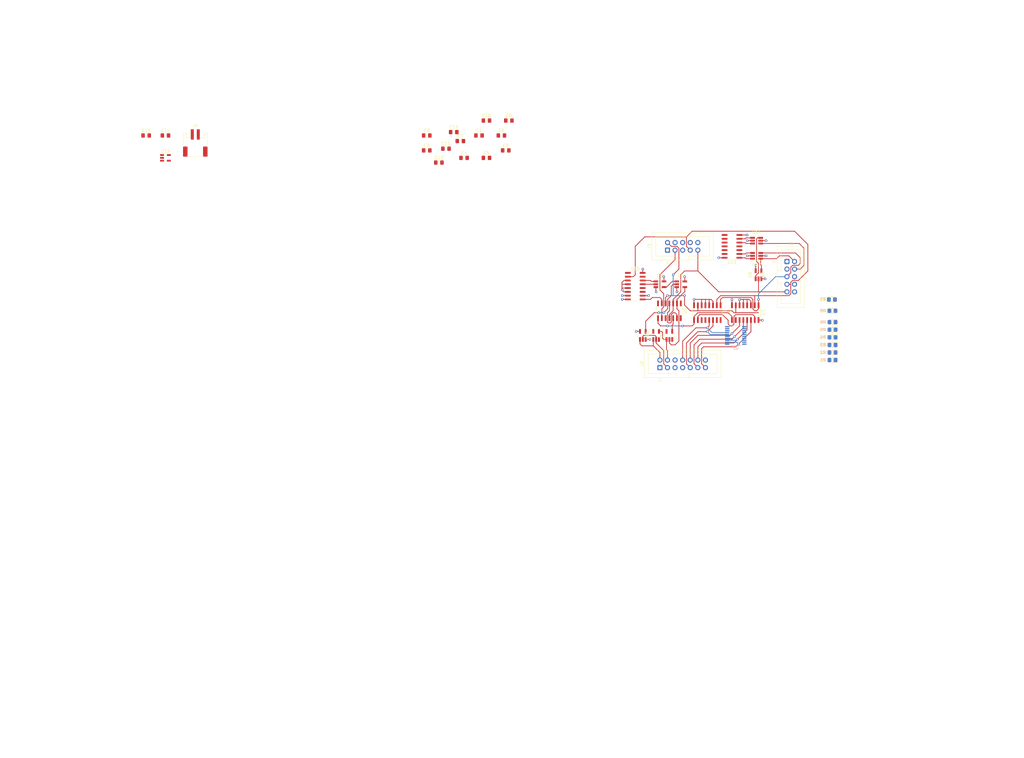
<source format=kicad_pcb>
(kicad_pcb (version 20211014) (generator pcbnew)
  (layers (0 "F.Cu" signal) (1 "In1.Cu" signal) (2 "In2.Cu" signal) (31 "B.Cu" signal) (34 "B.Paste" user) (35 "F.Paste" user) (36 "B.SilkS" user "B.Silkscreen") (37 "F.SilkS" user "F.Silkscreen") (38 "B.Mask" user) (39 "F.Mask" user) (44 "Edge.Cuts" user))
  (net 0 "")
  (net 1 "VCC")
  (net 2 "GND")
  (net 3 "/V_IN")
  (net 4 "Net-(D1-Pad1)")
  (net 5 "Net-(D1-Pad2)")
  (net 6 "Net-(D2-Pad1)")
  (net 7 "Net-(D2-Pad2)")
  (net 8 "Net-(D3-Pad2)")
  (net 9 "Net-(D4-Pad2)")
  (net 10 "Net-(D5-Pad2)")
  (net 11 "Net-(D6-Pad2)")
  (net 12 "Net-(D7-Pad2)")
  (net 13 "Net-(D8-Pad2)")
  (net 14 "/~{RESET}")
  (net 15 "/~{CLK}")
  (net 16 "/STEP_DONE")
  (net 17 "/OP_DONE")
  (net 18 "Net-(U1-Pad10)")
  (net 21 "/Q5")
  (net 22 "/Q4")
  (net 24 "/Q0")
  (net 25 "/Q1")
  (net 26 "/Q2")
  (net 27 "/Q3")
  (net 28 "/LEN1")
  (net 29 "/IMM_PC_OUT_S~{P}")
  (net 30 "/LAST_SUBSTEP")
  (net 31 "/LAST_STEP")
  (net 32 "Net-(U4-Pad4)")
  (net 33 "/CLK")
  (net 34 "/~{STEP_DONE}")
  (net 35 "/~{SLEEP}")
  (net 36 "/BUS_CLK")
  (net 37 "/~{LEN4}")
  (net 38 "Net-(U8-Pad4)")
  (net 39 "/P1")
  (net 40 "/P0")
  (net 41 "/LEN0")
  (net 45 "Net-(U12-Pad4)")
  (net 46 "Net-(U12-Pad6)")
  (net 49 "Net-(U13-Pad5)")
  (net 50 "Net-(U13-Pad6)")
  (net 58 "Net-(D3-Pad1)")
  (net 59 "Net-(D4-Pad1)")
  (net 60 "Net-(D5-Pad1)")
  (net 61 "Net-(D6-Pad1)")
  (net 62 "Net-(D7-Pad1)")
  (net 63 "Net-(D8-Pad1)")
  (net 64 "/~{OP_DONE}")
  (footprint "Package_SO:SOIC-14_3.9x8.7mm_P1.27mm" (layer "F.Cu") (at 198.755 78.74 -90)
    (fp_text reference "U5")
    (fp_text value "74HC74")
  )
  (footprint "Capacitor_SMD:C_0805_2012Metric_Pad1.18x1.45mm_HandSolder" (layer "F.Cu") (at 137.5 27.5)
    (fp_text reference "C5")
    (fp_text value "100n")
  )
  (footprint "LED_SMD:LED_0805_2012Metric_Pad1.15x1.40mm_HandSolder" (layer "F.Cu") (at 253.185 74.975)
    (fp_text reference "D7")
    (fp_text value "LED")
  )
  (footprint "Capacitor_SMD:C_0805_2012Metric_Pad1.18x1.45mm_HandSolder" (layer "F.Cu") (at 117.5 20)
    (fp_text reference "C9")
    (fp_text value "100n")
  )
  (footprint "Capacitor_SMD:C_0805_2012Metric_Pad1.18x1.45mm_HandSolder" (layer "F.Cu") (at 30 20)
    (fp_text reference "C14")
    (fp_text value "1u")
  )
  (footprint "Capacitor_SMD:C_0805_2012Metric_Pad1.18x1.45mm_HandSolder" (layer "F.Cu") (at 143.9625 25)
    (fp_text reference "C3")
    (fp_text value "100n")
  )
  (footprint "Capacitor_SMD:C_0805_2012Metric_Pad1.18x1.45mm_HandSolder" (layer "F.Cu") (at 142.5 20)
    (fp_text reference "C6")
    (fp_text value "100n")
  )
  (footprint "Capacitor_SMD:C_0805_2012Metric_Pad1.18x1.45mm_HandSolder" (layer "F.Cu") (at 123.94 24.42)
    (fp_text reference "C11")
    (fp_text value "100n")
  )
  (footprint "Package_TO_SOT_SMD:SOT-23-5_HandSoldering" (layer "F.Cu") (at 198.755 86.995 90)
    (fp_text reference "U4")
    (fp_text value "74LVC1G08")
  )
  (footprint "Package_SO:SOIC-16_3.9x9.9mm_P1.27mm" (layer "F.Cu") (at 211.455 79.375 -90)
    (fp_text reference "U1")
    (fp_text value "74HC161")
  )
  (footprint "Capacitor_SMD:C_0805_2012Metric_Pad1.18x1.45mm_HandSolder" (layer "F.Cu") (at 130 27.5)
    (fp_text reference "C4")
    (fp_text value "100n")
  )
  (footprint "Package_TO_SOT_SMD:SOT-23-5_HandSoldering" (layer "F.Cu") (at 195.58 69.85)
    (fp_text reference "U8")
    (fp_text value "74LVC1G08")
  )
  (footprint "Package_SO:SOIC-16_3.9x9.9mm_P1.27mm" (layer "F.Cu") (at 187.325 70.485)
    (fp_text reference "U10")
    (fp_text value "74HC161")
  )
  (footprint "Package_TO_SOT_SMD:SOT-23-5_HandSoldering" (layer "F.Cu") (at 202.565 69.85)
    (fp_text reference "U7")
    (fp_text value "74LVC1G32")
  )
  (footprint "LED_SMD:LED_0805_2012Metric_Pad1.15x1.40mm_HandSolder" (layer "F.Cu") (at 253.365 90.17 180)
    (fp_text reference "D3")
    (fp_text value "LED")
  )
  (footprint "LED_SMD:LED_0805_2012Metric_Pad1.15x1.40mm_HandSolder" (layer "F.Cu") (at 253.365 95.25 180)
    (fp_text reference "D1")
    (fp_text value "LED")
  )
  (footprint "Capacitor_SMD:C_0805_2012Metric_Pad1.18x1.45mm_HandSolder" (layer "F.Cu") (at 126.54 18.86)
    (fp_text reference "C13")
    (fp_text value "100n")
  )
  (footprint "Capacitor_SMD:C_0805_2012Metric_Pad1.18x1.45mm_HandSolder" (layer "F.Cu") (at 137.5 15)
    (fp_text reference "C10")
    (fp_text value "100n")
  )
  (footprint "Package_TO_SOT_SMD:SOT-23-5_HandSoldering" (layer "F.Cu") (at 228.6 66.675 90)
    (fp_text reference "U6")
    (fp_text value "74LVC1G08")
  )
  (footprint "LED_SMD:LED_0805_2012Metric_Pad1.15x1.40mm_HandSolder" (layer "F.Cu") (at 253.365 78.74)
    (fp_text reference "D8")
    (fp_text value "LED")
  )
  (footprint "Package_TO_SOT_SMD:SOT-23-5_HandSoldering" (layer "F.Cu") (at 189.865 86.995 90)
    (fp_text reference "U9")
    (fp_text value "74LVC1G00")
  )
  (footprint "Capacitor_SMD:C_0805_2012Metric_Pad1.18x1.45mm_HandSolder" (layer "F.Cu") (at 117.5 25)
    (fp_text reference "C2")
    (fp_text value "100n")
  )
  (footprint "Capacitor_SMD:C_0805_2012Metric_Pad1.18x1.45mm_HandSolder" (layer "F.Cu") (at 145 15)
    (fp_text reference "C8")
    (fp_text value "100n")
  )
  (footprint "Capacitor_SMD:C_0805_2012Metric_Pad1.18x1.45mm_HandSolder" (layer "F.Cu") (at 121.56 29.07)
    (fp_text reference "C12")
    (fp_text value "100n")
  )
  (footprint "Connector_IDC:IDC-Header_2x05_P2.54mm_Vertical" (layer "F.Cu") (at 238.125 62.23)
    (fp_text reference "J1")
    (fp_text value "Conn_01x10_Male")
  )
  (footprint "LED_SMD:LED_0805_2012Metric_Pad1.15x1.40mm_HandSolder" (layer "F.Cu") (at 253.365 85.09 180)
    (fp_text reference "D5")
    (fp_text value "LED")
  )
  (footprint "LED_SMD:LED_0805_2012Metric_Pad1.15x1.40mm_HandSolder" (layer "F.Cu") (at 253.365 92.71 180)
    (fp_text reference "D2")
    (fp_text value "LED")
  )
  (footprint "LED_SMD:LED_0805_2012Metric_Pad1.15x1.40mm_HandSolder" (layer "F.Cu") (at 253.365 87.63 180)
    (fp_text reference "D4")
    (fp_text value "LED")
  )
  (footprint "Connector_JST:JST_PH_S2B-PH-SM4-TB_1x02-1MP_P2.00mm_Horizontal" (layer "F.Cu") (at 40 22.5)
    (fp_text reference "J4")
    (fp_text value "Conn_Power")
  )
  (footprint "Package_TO_SOT_SMD:SOT-23-5_HandSoldering" (layer "F.Cu") (at 194.31 86.995 90)
    (fp_text reference "U11")
    (fp_text value "74LVC1G02")
  )
  (footprint "Connector_IDC:IDC-Header_2x05_P2.54mm_Vertical" (layer "F.Cu") (at 198.12 58.42 90)
    (fp_text reference "J3")
    (fp_text value "Conn_01x10_Male")
  )
  (footprint "Package_TO_SOT_SMD:SOT-23-6_Handsoldering" (layer "F.Cu") (at 227.965 60.325 180)
    (fp_text reference "U12")
    (fp_text value "74LVC2G04")
  )
  (footprint "Connector_IDC:IDC-Header_2x07_P2.54mm_Vertical" (layer "F.Cu") (at 195.58 97.79 90)
    (fp_text reference "J2")
    (fp_text value "Conn_01x14_Male")
  )
  (footprint "Package_SO:SOIC-16_3.9x9.9mm_P1.27mm" (layer "F.Cu") (at 224.155 79.375 -90)
    (fp_text reference "U3")
    (fp_text value "74HC161")
  )
  (footprint "Package_TO_SOT_SMD:SOT-23-5" (layer "F.Cu") (at 30 27.5)
    (fp_text reference "U15")
    (fp_text value "MIC5504-3.3YM5")
  )
  (footprint "Capacitor_SMD:C_0805_2012Metric_Pad1.18x1.45mm_HandSolder" (layer "F.Cu") (at 135 20)
    (fp_text reference "C1")
    (fp_text value "100n")
  )
  (footprint "Package_TO_SOT_SMD:SOT-23-6_Handsoldering" (layer "F.Cu") (at 227.965 55.245)
    (fp_text reference "U14")
    (fp_text value "74LVC1G332")
  )
  (footprint "LED_SMD:LED_0805_2012Metric_Pad1.15x1.40mm_HandSolder" (layer "F.Cu") (at 253.365 82.55 180)
    (fp_text reference "D6")
    (fp_text value "LED")
  )
  (footprint "Package_SO:SOIC-14_3.9x8.7mm_P1.27mm" (layer "F.Cu") (at 219.71 57.15 180)
    (fp_text reference "U13")
    (fp_text value "74HC4024")
  )
  (footprint "Capacitor_SMD:C_0805_2012Metric_Pad1.18x1.45mm_HandSolder" (layer "F.Cu") (at 23.5375 20)
    (fp_text reference "C15")
    (fp_text value "1u")
  )
  (footprint "Capacitor_SMD:C_0805_2012Metric_Pad1.18x1.45mm_HandSolder" (layer "F.Cu") (at 128.75 21.87)
    (fp_text reference "C7")
    (fp_text value "100n")
  )
  (footprint "Resistor_SMD:R_0805_2012Metric_Pad1.20x1.40mm_HandSolder" (layer "B.Cu") (at 253.365 92.71 180)
    (fp_text reference "R2")
    (fp_text value "330")
  )
  (footprint "Resistor_SMD:R_0805_2012Metric_Pad1.20x1.40mm_HandSolder" (layer "B.Cu") (at 253.365 87.63 180)
    (fp_text reference "R4")
    (fp_text value "330")
  )
  (footprint "Package_SO:TSSOP-20_4.4x6.5mm_P0.65mm" (layer "B.Cu") (at 220.98 86.995)
    (fp_text reference "U2")
    (fp_text value "74HCT541")
  )
  (footprint "Resistor_SMD:R_0805_2012Metric_Pad1.20x1.40mm_HandSolder" (layer "B.Cu") (at 253.365 78.74)
    (fp_text reference "R8")
    (fp_text value "330")
  )
  (footprint "Resistor_SMD:R_0805_2012Metric_Pad1.20x1.40mm_HandSolder" (layer "B.Cu") (at 253.185 74.975)
    (fp_text reference "R7")
    (fp_text value "330")
  )
  (footprint "Resistor_SMD:R_0805_2012Metric_Pad1.20x1.40mm_HandSolder" (layer "B.Cu") (at 253.365 82.55 180)
    (fp_text reference "R6")
    (fp_text value "330")
  )
  (footprint "Resistor_SMD:R_0805_2012Metric_Pad1.20x1.40mm_HandSolder" (layer "B.Cu") (at 253.365 90.17 180)
    (fp_text reference "R3")
    (fp_text value "330")
  )
  (footprint "Resistor_SMD:R_0805_2012Metric_Pad1.20x1.40mm_HandSolder" (layer "B.Cu") (at 253.365 95.25 180)
    (fp_text reference "R1")
    (fp_text value "330")
  )
  (footprint "Resistor_SMD:R_0805_2012Metric_Pad1.20x1.40mm_HandSolder" (layer "B.Cu") (at 253.365 85.09 180)
    (fp_text reference "R5")
    (fp_text value "330")
  )
  (segment (start 203.915 68.9) (end 203.915 67.39) (width 0.25) (layer "F.Cu") (net 1))
  (segment (start 217.235 60.96) (end 215.265 60.96) (width 0.25) (layer "F.Cu") (net 1))
  (segment (start 203.915 67.39) (end 203.835 67.31) (width 0.25) (layer "F.Cu") (net 1))
  (segment (start 227.65 65.325) (end 227.65 63.561) (width 0.25) (layer "F.Cu") (net 1))
  (segment (start 189.8 66.04) (end 189.8 64.835) (width 0.25) (layer "F.Cu") (net 1))
  (segment (start 227.65 63.561) (end 227.711 63.5) (width 0.25) (layer "F.Cu") (net 1))
  (segment (start 229.315 55.245) (end 231.14 55.245) (width 0.25) (layer "F.Cu") (net 1))
  (segment (start 226.615 60.325) (end 224.79 60.325) (width 0.25) (layer "F.Cu") (net 1))
  (segment (start 189.8 73.66) (end 191.77 73.66) (width 0.25) (layer "F.Cu") (net 1))
  (segment (start 196.93 67.39) (end 196.85 67.31) (width 0.25) (layer "F.Cu") (net 1))
  (segment (start 187.6336 85.645) (end 187.6298 85.6488) (width 0.25) (layer "F.Cu") (net 1))
  (segment (start 184.85 73.66) (end 182.9695 73.66) (width 0.25) (layer "F.Cu") (net 1))
  (segment (start 188.915 85.645) (end 187.6336 85.645) (width 0.25) (layer "F.Cu") (net 1))
  (segment (start 229.805 81.85) (end 229.87 81.915) (width 0.25) (layer "F.Cu") (net 1))
  (segment (start 189.8 64.835) (end 189.865 64.77) (width 0.25) (layer "F.Cu") (net 1))
  (segment (start 228.6 81.85) (end 229.805 81.85) (width 0.25) (layer "F.Cu") (net 1))
  (segment (start 196.93 68.9) (end 196.93 67.39) (width 0.25) (layer "F.Cu") (net 1))
  (via (at 224.79 60.325) (size 0.8) (drill 0.4) (layers "F.Cu" "B.Cu") (net 1))
  (via (at 196.85 67.31) (size 0.8) (drill 0.4) (layers "F.Cu" "B.Cu") (net 1))
  (via (at 231.14 55.245) (size 0.8) (drill 0.4) (layers "F.Cu" "B.Cu") (net 1))
  (via (at 187.6298 85.6488) (size 0.8) (drill 0.4) (layers "F.Cu" "B.Cu") (net 1))
  (via (at 189.865 64.77) (size 0.8) (drill 0.4) (layers "F.Cu" "B.Cu") (net 1))
  (via (at 191.77 73.66) (size 0.8) (drill 0.4) (layers "F.Cu" "B.Cu") (net 1))
  (via (at 203.835 67.31) (size 0.8) (drill 0.4) (layers "F.Cu" "B.Cu") (net 1))
  (via (at 215.265 60.96) (size 0.8) (drill 0.4) (layers "F.Cu" "B.Cu") (net 1))
  (via (at 229.87 81.915) (size 0.8) (drill 0.4) (layers "F.Cu" "B.Cu") (net 1))
  (via (at 182.9695 73.66) (size 0.8) (drill 0.4) (layers "F.Cu" "B.Cu") (net 1))
  (via (at 227.711 63.5) (size 0.8) (drill 0.4) (layers "F.Cu" "B.Cu") (net 1))
  (segment (start 213.36 75.565) (end 212.725 74.93) (width 0.25) (layer "F.Cu") (net 2))
  (segment (start 201.215 70.8) (end 201.215 72.31) (width 0.25) (layer "F.Cu") (net 2))
  (segment (start 222.185 53.34) (end 224.79 53.34) (width 0.25) (layer "F.Cu") (net 2))
  (segment (start 184.85 74.93) (end 182.9695 74.93) (width 0.25) (layer "F.Cu") (net 2))
  (segment (start 212.725 74.93) (end 210.82 74.93) (width 0.25) (layer "F.Cu") (net 2))
  (segment (start 183.515718 68.58) (end 182.88 69.215718) (width 0.25) (layer "F.Cu") (net 2))
  (segment (start 230.806 68.025) (end 230.8098 68.0212) (width 0.25) (layer "F.Cu") (net 2))
  (segment (start 194.23 72.31) (end 194.31 72.39) (width 0.25) (layer "F.Cu") (net 2))
  (segment (start 183.515 72.39) (end 184.85 72.39) (width 0.25) (layer "F.Cu") (net 2))
  (segment (start 210.82 74.93) (end 207.01 74.93) (width 0.25) (layer "F.Cu") (net 2))
  (segment (start 190.815 88.345) (end 192.198 88.345) (width 0.25) (layer "F.Cu") (net 2))
  (segment (start 222.3395 74.93) (end 222.25 75.0195) (width 0.25) (layer "F.Cu") (net 2))
  (segment (start 225.425 74.93) (end 224.79 74.93) (width 0.25) (layer "F.Cu") (net 2))
  (segment (start 210.82 76.9) (end 210.82 74.93) (width 0.25) (layer "F.Cu") (net 2))
  (segment (start 184.85 68.58) (end 183.515718 68.58) (width 0.25) (layer "F.Cu") (net 2))
  (segment (start 222.25 76.9) (end 222.25 75.0195) (width 0.25) (layer "F.Cu") (net 2))
  (segment (start 192.198 88.345) (end 192.2018 88.3412) (width 0.25) (layer "F.Cu") (net 2))
  (segment (start 182.88 69.85) (end 182.88 71.755) (width 0.25) (layer "F.Cu") (net 2))
  (segment (start 194.23 70.8) (end 194.23 72.31) (width 0.25) (layer "F.Cu") (net 2))
  (segment (start 224.79 76.9) (end 224.79 74.93) (width 0.25) (layer "F.Cu") (net 2))
  (segment (start 201.215 72.31) (end 201.295 72.39) (width 0.25) (layer "F.Cu") (net 2))
  (segment (start 226.06 75.565) (end 225.425 74.93) (width 0.25) (layer "F.Cu") (net 2))
  (segment (start 182.88 71.755) (end 182.9695 71.755) (width 0.25) (layer "F.Cu") (net 2))
  (segment (start 229.55 68.025) (end 230.806 68.025) (width 0.25) (layer "F.Cu") (net 2))
  (segment (start 207.01 76.9) (end 207.01 74.93) (width 0.25) (layer "F.Cu") (net 2))
  (segment (start 226.615 55.245) (end 224.79 55.245) (width 0.25) (layer "F.Cu") (net 2))
  (segment (start 184.85 71.12) (end 182.88 71.12) (width 0.25) (layer "F.Cu") (net 2))
  (segment (start 224.79 74.93) (end 222.3395 74.93) (width 0.25) (layer "F.Cu") (net 2))
  (segment (start 213.36 76.9) (end 213.36 75.565) (width 0.25) (layer "F.Cu") (net 2))
  (segment (start 223.52 76.9) (end 223.52 74.93) (width 0.25) (layer "F.Cu") (net 2))
  (segment (start 182.88 69.215718) (end 182.88 69.85) (width 0.25) (layer "F.Cu") (net 2))
  (segment (start 209.55 76.9) (end 209.55 74.93) (width 0.25) (layer "F.Cu") (net 2))
  (segment (start 229.315 60.325) (end 231.14 60.325) (width 0.25) (layer "F.Cu") (net 2))
  (segment (start 182.88 71.755) (end 183.515 72.39) (width 0.25) (layer "F.Cu") (net 2))
  (segment (start 226.06 76.9) (end 226.06 75.565) (width 0.25) (layer "F.Cu") (net 2))
  (segment (start 212.09 76.9) (end 212.09 74.93) (width 0.25) (layer "F.Cu") (net 2))
  (segment (start 219.71 76.9) (end 219.71 75.0195) (width 0.25) (layer "F.Cu") (net 2))
  (segment (start 184.85 69.85) (end 182.88 69.85) (width 0.25) (layer "F.Cu") (net 2))
  (via (at 230.8098 68.0212) (size 0.8) (drill 0.4) (layers "F.Cu" "B.Cu") (net 2))
  (via (at 201.295 72.39) (size 0.8) (drill 0.4) (layers "F.Cu" "B.Cu") (net 2))
  (via (at 207.01 74.93) (size 0.8) (drill 0.4) (layers "F.Cu" "B.Cu") (net 2))
  (via (at 182.9695 71.755) (size 0.8) (drill 0.4) (layers "F.Cu" "B.Cu") (net 2))
  (via (at 231.14 60.325) (size 0.8) (drill 0.4) (layers "F.Cu" "B.Cu") (net 2))
  (via (at 182.9695 74.93) (size 0.8) (drill 0.4) (layers "F.Cu" "B.Cu") (net 2))
  (via (at 224.79 53.34) (size 0.8) (drill 0.4) (layers "F.Cu" "B.Cu") (net 2))
  (via (at 192.2018 88.3412) (size 0.8) (drill 0.4) (layers "F.Cu" "B.Cu") (net 2))
  (via (at 224.79 55.245) (size 0.8) (drill 0.4) (layers "F.Cu" "B.Cu") (net 2))
  (via (at 219.71 75.0195) (size 0.8) (drill 0.4) (layers "F.Cu" "B.Cu") (net 2))
  (via (at 194.31 72.39) (size 0.8) (drill 0.4) (layers "F.Cu" "B.Cu") (net 2))
  (via (at 222.25 75.0195) (size 0.8) (drill 0.4) (layers "F.Cu" "B.Cu") (net 2))
  (segment (start 198.755 78.74) (end 198.755 76.265) (width 0.25) (layer "F.Cu") (net 14))
  (segment (start 198.12 82.55) (end 198.12 79.375) (width 0.25) (layer "F.Cu") (net 14))
  (segment (start 242.57 60.96) (end 242.57 62.865) (width 0.25) (layer "F.Cu") (net 14))
  (segment (start 201.295 80.01) (end 200.66 79.375) (width 0.25) (layer "F.Cu") (net 14))
  (segment (start 241.935 63.5) (end 240.03 63.5) (width 0.25) (layer "F.Cu") (net 14))
  (segment (start 216.535 74.295) (end 215.9 74.93) (width 0.25) (layer "F.Cu") (net 14))
  (segment (start 226.695 74.93) (end 226.06 74.295) (width 0.25) (layer "F.Cu") (net 14))
  (segment (start 240.985 59.375) (end 242.57 60.96) (width 0.25) (layer "F.Cu") (net 14))
  (segment (start 200.025 79.375) (end 199.39 80.01) (width 0.25) (layer "F.Cu") (net 14))
  (segment (start 200.66 79.375) (end 200.025 79.375) (width 0.25) (layer "F.Cu") (net 14))
  (segment (start 198.12 79.375) (end 198.755 78.74) (width 0.25) (layer "F.Cu") (net 14))
  (segment (start 228.6 76.9) (end 228.6 74.93) (width 0.25) (layer "F.Cu") (net 14))
  (segment (start 228.6 76.9) (end 228.6 78.105) (width 0.25) (layer "F.Cu") (net 14))
  (segment (start 226.695 78.105) (end 226.695 74.93) (width 0.25) (layer "F.Cu") (net 14))
  (segment (start 226.06 74.295) (end 216.535 74.295) (width 0.25) (layer "F.Cu") (net 14))
  (segment (start 240.03 63.5) (end 239.395 64.135) (width 0.25) (layer "F.Cu") (net 14))
  (segment (start 229.315 59.375) (end 240.985 59.375) (width 0.25) (layer "F.Cu") (net 14))
  (segment (start 239.395 66.04) (end 238.125 67.31) (width 0.25) (layer "F.Cu") (net 14))
  (segment (start 227.965 78.74) (end 227.33 78.74) (width 0.25) (layer "F.Cu") (net 14))
  (segment (start 201.295 81.215) (end 201.295 80.01) (width 0.25) (layer "F.Cu") (net 14))
  (segment (start 199.136 82.804) (end 198.374 82.804) (width 0.25) (layer "F.Cu") (net 14))
  (segment (start 199.39 80.01) (end 199.39 82.55) (width 0.25) (layer "F.Cu") (net 14))
  (segment (start 242.57 62.865) (end 241.935 63.5) (width 0.25) (layer "F.Cu") (net 14))
  (segment (start 198.374 82.804) (end 198.12 82.55) (width 0.25) (layer "F.Cu") (net 14))
  (segment (start 239.395 64.135) (end 239.395 66.04) (width 0.25) (layer "F.Cu") (net 14))
  (segment (start 228.6 78.105) (end 227.965 78.74) (width 0.25) (layer "F.Cu") (net 14))
  (segment (start 199.39 82.55) (end 199.136 82.804) (width 0.25) (layer "F.Cu") (net 14))
  (segment (start 227.33 78.74) (end 226.695 78.105) (width 0.25) (layer "F.Cu") (net 14))
  (segment (start 215.9 74.93) (end 215.9 76.9) (width 0.25) (layer "F.Cu") (net 14))
  (via (at 228.6 74.93) (size 0.8) (drill 0.4) (layers "F.Cu" "B.Cu") (net 14))
  (segment (start 228.6 74.93) (end 228.6 73.025) (width 0.25) (layer "B.Cu") (net 14))
  (segment (start 234.315 67.31) (end 238.125 67.31) (width 0.25) (layer "B.Cu") (net 14))
  (segment (start 228.6 73.025) (end 234.315 67.31) (width 0.25) (layer "B.Cu") (net 14))
  (segment (start 240.665 52.07) (end 206.375 52.07) (width 0.25) (layer "F.Cu") (net 15))
  (segment (start 239.395 69.215) (end 240.03 68.58) (width 0.25) (layer "F.Cu") (net 15))
  (segment (start 227.33 73.66) (end 215.9 73.66) (width 0.25) (layer "F.Cu") (net 15))
  (segment (start 227.33 73.66) (end 238.76 73.66) (width 0.25) (layer "F.Cu") (net 15))
  (segment (start 239.395 73.025) (end 239.395 69.85) (width 0.25) (layer "F.Cu") (net 15))
  (segment (start 239.395 69.85) (end 239.395 69.215) (width 0.25) (layer "F.Cu") (net 15))
  (segment (start 184.85 67.31) (end 186.69 67.31) (width 0.25) (layer "F.Cu") (net 15))
  (segment (start 239.395 69.85) (end 238.125 69.85) (width 0.25) (layer "F.Cu") (net 15))
  (segment (start 238.76 73.66) (end 239.395 73.025) (width 0.25) (layer "F.Cu") (net 15))
  (segment (start 241.935 68.58) (end 245.11 65.405) (width 0.25) (layer "F.Cu") (net 15))
  (segment (start 214.63 74.93) (end 214.63 76.9) (width 0.25) (layer "F.Cu") (net 15))
  (segment (start 245.11 56.515) (end 240.665 52.07) (width 0.25) (layer "F.Cu") (net 15))
  (segment (start 206.375 52.07) (end 204.47 53.975) (width 0.25) (layer "F.Cu") (net 15))
  (segment (start 190.5 53.975) (end 204.47 53.975) (width 0.25) (layer "F.Cu") (net 15))
  (segment (start 227.33 76.9) (end 227.33 73.66) (width 0.25) (layer "F.Cu") (net 15))
  (segment (start 187.325 57.15) (end 190.5 53.975) (width 0.25) (layer "F.Cu") (net 15))
  (segment (start 240.03 68.58) (end 241.935 68.58) (width 0.25) (layer "F.Cu") (net 15))
  (segment (start 187.325 66.675) (end 187.325 57.15) (width 0.25) (layer "F.Cu") (net 15))
  (segment (start 245.11 65.405) (end 245.11 56.515) (width 0.25) (layer "F.Cu") (net 15))
  (segment (start 215.9 73.66) (end 214.63 74.93) (width 0.25) (layer "F.Cu") (net 15))
  (segment (start 204.47 57.15) (end 205.74 58.42) (width 0.25) (layer "F.Cu") (net 15))
  (segment (start 204.47 53.975) (end 204.47 57.15) (width 0.25) (layer "F.Cu") (net 15))
  (segment (start 186.69 67.31) (end 187.325 66.675) (width 0.25) (layer "F.Cu") (net 15))
  (segment (start 208.28 78.105) (end 208.28 76.9) (width 0.25) (layer "F.Cu") (net 16))
  (segment (start 219.71 78.74) (end 208.915 78.74) (width 0.25) (layer "F.Cu") (net 16))
  (segment (start 199.39 57.15) (end 198.12 55.88) (width 0.25) (layer "F.Cu") (net 16))
  (segment (start 220.98 79.375) (end 220.345 79.375) (width 0.25) (layer "F.Cu") (net 16))
  (segment (start 220.98 79.375) (end 228.6 79.375) (width 0.25) (layer "F.Cu") (net 16))
  (segment (start 201.295 57.15) (end 199.39 57.15) (width 0.25) (layer "F.Cu") (net 16))
  (segment (start 197.485 76.265) (end 197.485 74.295) (width 0.25) (layer "F.Cu") (net 16))
  (segment (start 208.28 76.9) (end 208.28 78.74) (width 0.25) (layer "F.Cu") (net 16))
  (segment (start 197.485 74.295) (end 198.12 73.66) (width 0.25) (layer "F.Cu") (net 16))
  (segment (start 201.93 64.77) (end 201.93 57.785) (width 0.25) (layer "F.Cu") (net 16))
  (segment (start 201.93 57.785) (end 201.295 57.15) (width 0.25) (layer "F.Cu") (net 16))
  (segment (start 203.835 73.66) (end 203.835 76.835) (width 0.25) (layer "F.Cu") (net 16))
  (segment (start 200.025 66.675) (end 201.93 64.77) (width 0.25) (layer "F.Cu") (net 16))
  (segment (start 205.74 78.74) (end 208.28 78.74) (width 0.25) (layer "F.Cu") (net 16))
  (segment (start 208.28 78.74) (end 208.915 78.74) (width 0.25) (layer "F.Cu") (net 16))
  (segment (start 203.835 76.835) (end 205.74 78.74) (width 0.25) (layer "F.Cu") (net 16))
  (segment (start 220.98 76.9) (end 220.98 79.375) (width 0.25) (layer "F.Cu") (net 16))
  (segment (start 220.345 79.375) (end 219.71 78.74) (width 0.25) (layer "F.Cu") (net 16))
  (via (at 203.835 73.66) (size 0.8) (drill 0.4) (layers "F.Cu" "B.Cu") (net 16))
  (via (at 200.025 66.675) (size 0.8) (drill 0.4) (layers "F.Cu" "B.Cu") (net 16))
  (via (at 198.12 73.66) (size 0.8) (drill 0.4) (layers "F.Cu" "B.Cu") (net 16))
  (segment (start 200.025 73.66) (end 203.835 73.66) (width 0.25) (layer "B.Cu") (net 16))
  (segment (start 200.025 66.675) (end 200.025 73.66) (width 0.25) (layer "B.Cu") (net 16))
  (segment (start 200.025 73.66) (end 198.12 73.66) (width 0.25) (layer "B.Cu") (net 16))
  (segment (start 196.215 78.105) (end 196.85 77.47) (width 0.25) (layer "F.Cu") (net 17))
  (segment (start 196.215 81.215) (end 196.215 78.105) (width 0.25) (layer "F.Cu") (net 17))
  (segment (start 196.85 77.47) (end 196.85 73.025) (width 0.25) (layer "F.Cu") (net 17))
  (segment (start 200.66 61.595) (end 200.66 58.42) (width 0.25) (layer "F.Cu") (net 17))
  (segment (start 196.85 73.025) (end 195.58 71.755) (width 0.25) (layer "F.Cu") (net 17))
  (segment (start 195.58 66.675) (end 200.66 61.595) (width 0.25) (layer "F.Cu") (net 17))
  (segment (start 195.58 71.755) (end 195.58 66.675) (width 0.25) (layer "F.Cu") (net 17))
  (segment (start 220.345 83.185) (end 219.71 83.82) (width 0.25) (layer "F.Cu") (net 18))
  (segment (start 226.695 80.01) (end 220.98 80.01) (width 0.25) (layer "F.Cu") (net 18))
  (segment (start 219.71 83.82) (end 219.075 83.82) (width 0.25) (layer "F.Cu") (net 18))
  (segment (start 219.075 83.82) (end 218.44 83.185) (width 0.25) (layer "F.Cu") (net 18))
  (segment (start 216.535 80.01) (end 208.915 80.01) (width 0.25) (layer "F.Cu") (net 18))
  (segment (start 208.915 80.01) (end 208.28 80.645) (width 0.25) (layer "F.Cu") (net 18))
  (segment (start 220.98 80.01) (end 220.345 80.645) (width 0.25) (layer "F.Cu") (net 18))
  (segment (start 227.33 81.85) (end 227.33 80.645) (width 0.25) (layer "F.Cu") (net 18))
  (segment (start 227.33 80.645) (end 226.695 80.01) (width 0.25) (layer "F.Cu") (net 18))
  (segment (start 218.44 83.185) (end 218.44 81.915) (width 0.25) (layer "F.Cu") (net 18))
  (segment (start 218.44 81.915) (end 216.535 80.01) (width 0.25) (layer "F.Cu") (net 18))
  (segment (start 220.345 80.645) (end 220.345 83.185) (width 0.25) (layer "F.Cu") (net 18))
  (segment (start 208.28 80.645) (end 208.28 81.85) (width 0.25) (layer "F.Cu") (net 18))
  (segment (start 207.645 84.455) (end 203.2 88.9) (width 0.25) (layer "F.Cu") (net 21))
  (segment (start 203.2 88.9) (end 203.2 95.25) (width 0.25) (layer "F.Cu") (net 21))
  (segment (start 212.09 83.82) (end 211.455 84.455) (width 0.25) (layer "F.Cu") (net 21))
  (segment (start 211.455 84.455) (end 207.645 84.455) (width 0.25) (layer "F.Cu") (net 21))
  (segment (start 212.09 81.85) (end 212.09 83.82) (width 0.25) (layer "F.Cu") (net 21))
  (via (at 211.455 84.455) (size 0.8) (drill 0.4) (layers "F.Cu" "B.Cu") (net 21))
  (segment (start 218.1175 86.02) (end 213.02 86.02) (width 0.25) (layer "B.Cu") (net 21))
  (segment (start 213.02 86.02) (end 211.455 84.455) (width 0.25) (layer "B.Cu") (net 21))
  (segment (start 208.28 85.725) (end 204.47 89.535) (width 0.25) (layer "F.Cu") (net 22))
  (segment (start 204.47 89.535) (end 204.47 96.52) (width 0.25) (layer "F.Cu") (net 22))
  (segment (start 211.455 85.725) (end 208.28 85.725) (width 0.25) (layer "F.Cu") (net 22))
  (segment (start 213.36 81.85) (end 213.36 83.82) (width 0.25) (layer "F.Cu") (net 22))
  (segment (start 213.36 83.82) (end 211.455 85.725) (width 0.25) (layer "F.Cu") (net 22))
  (segment (start 204.47 96.52) (end 205.74 97.79) (width 0.25) (layer "F.Cu") (net 22))
  (via (at 211.455 85.725) (size 0.8) (drill 0.4) (layers "F.Cu" "B.Cu") (net 22))
  (segment (start 218.1175 86.67) (end 212.4 86.67) (width 0.25) (layer "B.Cu") (net 22))
  (segment (start 212.4 86.67) (end 211.455 85.725) (width 0.25) (layer "B.Cu") (net 22))
  (segment (start 210.82 97.79) (end 209.55 96.52) (width 0.25) (layer "F.Cu") (net 24))
  (segment (start 224.79 86.995) (end 225.425 86.36) (width 0.25) (layer "F.Cu") (net 24))
  (segment (start 209.55 96.52) (end 209.55 91.44) (width 0.25) (layer "F.Cu") (net 24))
  (segment (start 209.55 91.44) (end 210.185 90.805) (width 0.25) (layer "F.Cu") (net 24))
  (segment (start 210.185 90.805) (end 220.98 90.805) (width 0.25) (layer "F.Cu") (net 24))
  (segment (start 226.06 81.85) (end 226.06 85.725) (width 0.25) (layer "F.Cu") (net 24))
  (segment (start 221.9325 89.8525) (end 224.79 86.995) (width 0.25) (layer "F.Cu") (net 24))
  (segment (start 220.98 90.805) (end 221.9325 89.8525) (width 0.25) (layer "F.Cu") (net 24))
  (segment (start 226.06 85.725) (end 225.425 86.36) (width 0.25) (layer "F.Cu") (net 24))
  (via (at 221.9325 89.8525) (size 0.8) (drill 0.4) (layers "F.Cu" "B.Cu") (net 24))
  (segment (start 221.35 89.27) (end 221.9325 89.8525) (width 0.25) (layer "B.Cu") (net 24))
  (segment (start 218.1175 89.27) (end 221.35 89.27) (width 0.25) (layer "B.Cu") (net 24))
  (segment (start 208.28 90.805) (end 209.55 89.535) (width 0.25) (layer "F.Cu") (net 25))
  (segment (start 209.55 89.535) (end 220.345 89.535) (width 0.25) (layer "F.Cu") (net 25))
  (segment (start 220.345 89.535) (end 221.615 88.265) (width 0.25) (layer "F.Cu") (net 25))
  (segment (start 224.79 85.09) (end 224.79 81.85) (width 0.25) (layer "F.Cu") (net 25))
  (segment (start 208.28 95.25) (end 208.28 90.805) (width 0.25) (layer "F.Cu") (net 25))
  (segment (start 221.615 88.265) (end 224.79 85.09) (width 0.25) (layer "F.Cu") (net 25))
  (via (at 221.615 88.265) (size 0.8) (drill 0.4) (layers "F.Cu" "B.Cu") (net 25))
  (segment (start 218.1175 88.62) (end 221.26 88.62) (width 0.25) (layer "B.Cu") (net 25))
  (segment (start 221.26 88.62) (end 221.615 88.265) (width 0.25) (layer "B.Cu") (net 25))
  (segment (start 223.52 84.455) (end 223.52 81.85) (width 0.25) (layer "F.Cu") (net 26))
  (segment (start 207.01 90.17) (end 208.915 88.265) (width 0.25) (layer "F.Cu") (net 26))
  (segment (start 219.71 88.265) (end 220.6625 87.3125) (width 0.25) (layer "F.Cu") (net 26))
  (segment (start 208.915 88.265) (end 219.71 88.265) (width 0.25) (layer "F.Cu") (net 26))
  (segment (start 220.6625 87.3125) (end 223.52 84.455) (width 0.25) (layer "F.Cu") (net 26))
  (segment (start 207.01 96.52) (end 207.01 90.17) (width 0.25) (layer "F.Cu") (net 26))
  (segment (start 208.28 97.79) (end 207.01 96.52) (width 0.25) (layer "F.Cu") (net 26))
  (via (at 220.6625 87.3125) (size 0.8) (drill 0.4) (layers "F.Cu" "B.Cu") (net 26))
  (segment (start 220.005 87.97) (end 220.6625 87.3125) (width 0.25) (layer "B.Cu") (net 26))
  (segment (start 218.1175 87.97) (end 220.005 87.97) (width 0.25) (layer "B.Cu") (net 26))
  (segment (start 222.25 83.82) (end 222.25 83.185) (width 0.25) (layer "F.Cu") (net 27))
  (segment (start 219.71 86.36) (end 222.25 83.82) (width 0.25) (layer "F.Cu") (net 27))
  (segment (start 219.075 86.995) (end 219.71 86.36) (width 0.25) (layer "F.Cu") (net 27))
  (segment (start 208.28 86.995) (end 219.075 86.995) (width 0.25) (layer "F.Cu") (net 27))
  (segment (start 205.74 89.535) (end 208.28 86.995) (width 0.25) (layer "F.Cu") (net 27))
  (segment (start 205.74 95.25) (end 205.74 89.535) (width 0.25) (layer "F.Cu") (net 27))
  (segment (start 222.25 81.85) (end 222.25 83.185) (width 0.25) (layer "F.Cu") (net 27))
  (via (at 219.71 86.36) (size 0.8) (drill 0.4) (layers "F.Cu" "B.Cu") (net 27))
  (segment (start 218.805361 87.32) (end 219.71 86.415361) (width 0.25) (layer "B.Cu") (net 27))
  (segment (start 218.1175 87.32) (end 218.805361 87.32) (width 0.25) (layer "B.Cu") (net 27))
  (segment (start 219.71 86.415361) (end 219.71 86.36) (width 0.25) (layer "B.Cu") (net 27))
  (segment (start 228.6 66.04) (end 227.65 66.99) (width 0.25) (layer "F.Cu") (net 28))
  (segment (start 194.31 89.535) (end 196.85 92.075) (width 0.25) (layer "F.Cu") (net 28))
  (segment (start 196.85 96.52) (end 198.12 97.79) (width 0.25) (layer "F.Cu") (net 28))
  (segment (start 228.6 62.865) (end 228.6 66.04) (width 0.25) (layer "F.Cu") (net 28))
  (segment (start 196.85 92.075) (end 196.85 96.52) (width 0.25) (layer "F.Cu") (net 28))
  (segment (start 227.965 62.23) (end 228.6 62.865) (width 0.25) (layer "F.Cu") (net 28))
  (segment (start 194.31 88.345) (end 194.31 87.376) (width 0.25) (layer "F.Cu") (net 28))
  (segment (start 227.65 66.99) (end 227.65 68.025) (width 0.25) (layer "F.Cu") (net 28))
  (segment (start 189.865 87.249) (end 189.865 88.345) (width 0.25) (layer "F.Cu") (net 28))
  (segment (start 194.31 88.345) (end 194.31 89.535) (width 0.25) (layer "F.Cu") (net 28))
  (segment (start 229.315 54.295) (end 228.28 54.295) (width 0.25) (layer "F.Cu") (net 28))
  (segment (start 193.929 86.995) (end 190.119 86.995) (width 0.25) (layer "F.Cu") (net 28))
  (segment (start 190.119 86.995) (end 189.865 87.249) (width 0.25) (layer "F.Cu") (net 28))
  (segment (start 228.28 54.295) (end 227.965 54.61) (width 0.25) (layer "F.Cu") (net 28))
  (segment (start 227.965 54.61) (end 227.965 62.23) (width 0.25) (layer "F.Cu") (net 28))
  (segment (start 194.31 87.376) (end 193.929 86.995) (width 0.25) (layer "F.Cu") (net 28))
  (segment (start 229.315 56.195) (end 242.25 56.195) (width 0.25) (layer "F.Cu") (net 29))
  (segment (start 242.25 56.195) (end 243.84 57.785) (width 0.25) (layer "F.Cu") (net 29))
  (segment (start 243.84 63.5) (end 242.57 64.77) (width 0.25) (layer "F.Cu") (net 29))
  (segment (start 242.57 64.77) (end 240.665 64.77) (width 0.25) (layer "F.Cu") (net 29))
  (segment (start 243.84 57.785) (end 243.84 63.5) (width 0.25) (layer "F.Cu") (net 29))
  (segment (start 200.66 90.17) (end 201.93 88.9) (width 0.25) (layer "F.Cu") (net 30))
  (segment (start 198.755 89.535) (end 199.39 90.17) (width 0.25) (layer "F.Cu") (net 30))
  (segment (start 203.915 70.8) (end 203.915 71.675) (width 0.25) (layer "F.Cu") (net 30))
  (segment (start 201.295 76.265) (end 201.295 74.930718) (width 0.25) (layer "F.Cu") (net 30))
  (segment (start 201.295 74.930718) (end 203.915 72.310718) (width 0.25) (layer "F.Cu") (net 30))
  (segment (start 201.295 78.105) (end 201.295 76.265) (width 0.25) (layer "F.Cu") (net 30))
  (segment (start 199.39 90.17) (end 200.66 90.17) (width 0.25) (layer "F.Cu") (net 30))
  (segment (start 201.93 88.9) (end 201.93 78.74) (width 0.25) (layer "F.Cu") (net 30))
  (segment (start 203.915 72.310718) (end 203.915 71.675) (width 0.25) (layer "F.Cu") (net 30))
  (segment (start 198.755 88.345) (end 198.755 89.535) (width 0.25) (layer "F.Cu") (net 30))
  (segment (start 201.93 78.74) (end 201.295 78.105) (width 0.25) (layer "F.Cu") (net 30))
  (segment (start 196.135 85.645) (end 196.469 85.979) (width 0.25) (layer "F.Cu") (net 31))
  (segment (start 196.93 88.345) (end 196.469 87.884) (width 0.25) (layer "F.Cu") (net 31))
  (segment (start 198.12 92.075) (end 198.12 95.25) (width 0.25) (layer "F.Cu") (net 31))
  (segment (start 197.805 88.345) (end 196.93 88.345) (width 0.25) (layer "F.Cu") (net 31))
  (segment (start 197.805 88.345) (end 197.805 91.76) (width 0.25) (layer "F.Cu") (net 31))
  (segment (start 196.469 87.884) (end 196.469 85.979) (width 0.25) (layer "F.Cu") (net 31))
  (segment (start 195.26 85.645) (end 196.135 85.645) (width 0.25) (layer "F.Cu") (net 31))
  (segment (start 197.805 91.76) (end 198.12 92.075) (width 0.25) (layer "F.Cu") (net 31))
  (segment (start 199.705 83.505) (end 200.025 83.185) (width 0.25) (layer "F.Cu") (net 32))
  (segment (start 199.705 85.645) (end 199.705 83.505) (width 0.25) (layer "F.Cu") (net 32))
  (segment (start 200.025 81.215) (end 200.0225 81.2175) (width 0.25) (layer "F.Cu") (net 32))
  (segment (start 200.025 81.215) (end 200.025 83.185) (width 0.25) (layer "F.Cu") (net 32))
  (segment (start 202.565 72.39) (end 202.565 66.675) (width 0.25) (layer "F.Cu") (net 33))
  (segment (start 200.025 78.739283) (end 200.025 76.265) (width 0.25) (layer "F.Cu") (net 33))
  (segment (start 208.28 65.405) (end 208.28 58.42) (width 0.25) (layer "F.Cu") (net 33))
  (segment (start 198.755 80.009282) (end 200.025 78.739283) (width 0.25) (layer "F.Cu") (net 33))
  (segment (start 228.6 72.39) (end 238.125 72.39) (width 0.25) (layer "F.Cu") (net 33))
  (segment (start 198.755 81.215) (end 198.755 80.009282) (width 0.25) (layer "F.Cu") (net 33))
  (segment (start 228.6 68.025) (end 228.6 72.39) (width 0.25) (layer "F.Cu") (net 33))
  (segment (start 200.025 74.93) (end 202.565 72.39) (width 0.25) (layer "F.Cu") (net 33))
  (segment (start 228.6 72.39) (end 215.265 72.39) (width 0.25) (layer "F.Cu") (net 33))
  (segment (start 203.835 65.405) (end 202.565 66.675) (width 0.25) (layer "F.Cu") (net 33))
  (segment (start 208.28 65.405) (end 203.835 65.405) (width 0.25) (layer "F.Cu") (net 33))
  (segment (start 200.025 76.265) (end 200.025 74.93) (width 0.25) (layer "F.Cu") (net 33))
  (segment (start 215.265 72.39) (end 208.28 65.405) (width 0.25) (layer "F.Cu") (net 33))
  (segment (start 193.04 74.295) (end 195.58 74.295) (width 0.25) (layer "F.Cu") (net 34))
  (segment (start 196.215 74.93) (end 196.215 76.265) (width 0.25) (layer "F.Cu") (net 34))
  (segment (start 195.58 74.295) (end 196.215 74.93) (width 0.25) (layer "F.Cu") (net 34))
  (segment (start 189.8 74.93) (end 192.405 74.93) (width 0.25) (layer "F.Cu") (net 34))
  (segment (start 192.405 74.93) (end 193.04 74.295) (width 0.25) (layer "F.Cu") (net 34))
  (segment (start 238.76 60.325) (end 240.665 62.23) (width 0.25) (layer "F.Cu") (net 36))
  (segment (start 235.585 60.325) (end 238.76 60.325) (width 0.25) (layer "F.Cu") (net 36))
  (segment (start 234.635 61.275) (end 235.585 60.325) (width 0.25) (layer "F.Cu") (net 36))
  (segment (start 229.54996 65.32499) (end 229.54996 63.5) (width 0.25) (layer "F.Cu") (net 36))
  (segment (start 229.315 63.26504) (end 229.54996 63.5) (width 0.25) (layer "F.Cu") (net 36))
  (segment (start 229.315 61.275) (end 234.635 61.275) (width 0.25) (layer "F.Cu") (net 36))
  (segment (start 229.315 61.275) (end 229.315 63.26504) (width 0.25) (layer "F.Cu") (net 36))
  (segment (start 198.12 78.105) (end 198.12 74.93) (width 0.25) (layer "F.Cu") (net 37))
  (segment (start 195.199 79.375) (end 193.675 79.375) (width 0.25) (layer "F.Cu") (net 37))
  (segment (start 200.025 69.85) (end 201.215 69.85) (width 0.25) (layer "F.Cu") (net 37))
  (segment (start 199.39 70.485) (end 200.025 69.85) (width 0.25) (layer "F.Cu") (net 37))
  (segment (start 193.675 79.375) (end 190.815 82.235) (width 0.25) (layer "F.Cu") (net 37))
  (segment (start 196.9395 79.2855) (end 198.12 78.105) (width 0.25) (layer "F.Cu") (net 37))
  (segment (start 196.9395 79.375) (end 196.9395 79.2855) (width 0.25) (layer "F.Cu") (net 37))
  (segment (start 198.12 74.93) (end 199.39 73.66) (width 0.25) (layer "F.Cu") (net 37))
  (segment (start 190.815 82.235) (end 190.815 85.645) (width 0.25) (layer "F.Cu") (net 37))
  (segment (start 199.39 73.66) (end 199.39 70.485) (width 0.25) (layer "F.Cu") (net 37))
  (via (at 196.9395 79.375) (size 0.8) (drill 0.4) (layers "F.Cu" "B.Cu") (net 37))
  (via (at 195.199 79.375) (size 0.8) (drill 0.4) (layers "F.Cu" "B.Cu") (net 37))
  (segment (start 195.199 79.375) (end 196.9395 79.375) (width 0.25) (layer "B.Cu") (net 37))
  (segment (start 196.93 70.8) (end 197.805 70.8) (width 0.25) (layer "F.Cu") (net 38))
  (segment (start 199.705 68.9) (end 201.215 68.9) (width 0.25) (layer "F.Cu") (net 38))
  (segment (start 197.805 70.8) (end 199.705 68.9) (width 0.25) (layer "F.Cu") (net 38))
  (segment (start 189.8 69.85) (end 194.23 69.85) (width 0.25) (layer "F.Cu") (net 39))
  (segment (start 194.23 68.9) (end 192.725 68.9) (width 0.25) (layer "F.Cu") (net 40))
  (segment (start 192.725 68.9) (end 192.405 68.58) (width 0.25) (layer "F.Cu") (net 40))
  (segment (start 192.405 68.58) (end 189.8 68.58) (width 0.25) (layer "F.Cu") (net 40))
  (segment (start 193.36 90.49) (end 189.55 90.49) (width 0.25) (layer "F.Cu") (net 41))
  (segment (start 193.36 90.49) (end 193.36 88.345) (width 0.25) (layer "F.Cu") (net 41))
  (segment (start 188.915 89.855) (end 188.915 88.345) (width 0.25) (layer "F.Cu") (net 41))
  (segment (start 189.55 90.49) (end 188.915 89.855) (width 0.25) (layer "F.Cu") (net 41))
  (segment (start 195.58 92.71) (end 193.36 90.49) (width 0.25) (layer "F.Cu") (net 41))
  (segment (start 195.58 92.71) (end 195.58 95.25) (width 0.25) (layer "F.Cu") (net 41))
  (segment (start 226.615 59.375) (end 224.47 59.375) (width 0.25) (layer "F.Cu") (net 45))
  (segment (start 224.47 59.375) (end 224.155 59.69) (width 0.25) (layer "F.Cu") (net 45))
  (segment (start 222.185 59.69) (end 224.155 59.69) (width 0.25) (layer "F.Cu") (net 45))
  (segment (start 226.615 61.275) (end 224.47 61.275) (width 0.25) (layer "F.Cu") (net 46))
  (segment (start 224.47 61.275) (end 224.155 60.96) (width 0.25) (layer "F.Cu") (net 46))
  (segment (start 222.185 60.96) (end 224.155 60.96) (width 0.25) (layer "F.Cu") (net 46))
  (segment (start 226.615 56.195) (end 224.47 56.195) (width 0.25) (layer "F.Cu") (net 49))
  (segment (start 222.185 55.88) (end 224.155 55.88) (width 0.25) (layer "F.Cu") (net 49))
  (segment (start 224.47 56.195) (end 224.155 55.88) (width 0.25) (layer "F.Cu") (net 49))
  (segment (start 224.47 54.295) (end 224.155 54.61) (width 0.25) (layer "F.Cu") (net 50))
  (segment (start 222.185 54.61) (end 224.155 54.61) (width 0.25) (layer "F.Cu") (net 50))
  (segment (start 226.615 54.295) (end 224.47 54.295) (width 0.25) (layer "F.Cu") (net 50))
  (segment (start 219.71 80.645) (end 218.44 79.375) (width 0.25) (layer "F.Cu") (net 64))
  (segment (start 218.44 79.375) (end 208.28 79.375) (width 0.25) (layer "F.Cu") (net 64))
  (segment (start 203.2 83.82) (end 206.375 83.82) (width 0.25) (layer "F.Cu") (net 64))
  (segment (start 206.375 83.82) (end 207.01 83.185) (width 0.25) (layer "F.Cu") (net 64))
  (segment (start 195.834 83.82) (end 198.12 83.82) (width 0.25) (layer "F.Cu") (net 64))
  (segment (start 207.01 83.185) (end 207.01 81.85) (width 0.25) (layer "F.Cu") (net 64))
  (segment (start 194.945 81.215) (end 194.945 82.931) (width 0.25) (layer "F.Cu") (net 64))
  (segment (start 195.707 83.693) (end 195.834 83.82) (width 0.25) (layer "F.Cu") (net 64))
  (segment (start 208.28 79.375) (end 207.01 80.645) (width 0.25) (layer "F.Cu") (net 64))
  (segment (start 219.71 81.85) (end 219.71 80.645) (width 0.25) (layer "F.Cu") (net 64))
  (segment (start 194.945 82.931) (end 195.707 83.693) (width 0.25) (layer "F.Cu") (net 64))
  (segment (start 207.01 80.645) (end 207.01 81.85) (width 0.25) (layer "F.Cu") (net 64))
  (via (at 203.2 83.82) (size 0.8) (drill 0.4) (layers "F.Cu" "B.Cu") (net 64))
  (via (at 198.12 83.82) (size 0.8) (drill 0.4) (layers "F.Cu" "B.Cu") (net 64))
  (segment (start 198.12 83.82) (end 203.2 83.82) (width 0.25) (layer "B.Cu") (net 64))
)
</source>
